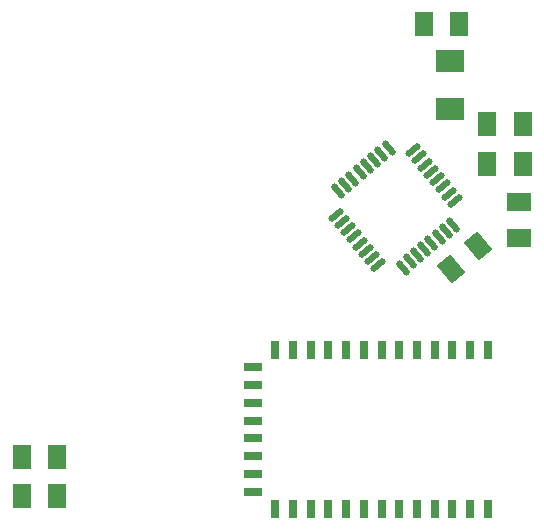
<source format=gbr>
G04 Layer_Color=8421504*
%FSLAX44Y44*%
%MOMM*%
%TF.FileFunction,Paste,Top*%
%TF.Part,Single*%
G01*
G75*
%TA.AperFunction,SMDPad*%
G04:AMPARAMS|DCode=10|XSize=0.55mm|YSize=1.5mm|CornerRadius=0mm|HoleSize=0mm|Usage=FLASHONLY|Rotation=310.000|XOffset=0mm|YOffset=0mm|HoleType=Round|Shape=Round|*
%AMOVALD10*
21,1,0.9500,0.5500,0.0000,0.0000,40.0*
1,1,0.5500,-0.3639,-0.3053*
1,1,0.5500,0.3639,0.3053*
%
%ADD10OVALD10*%

%TA.AperFunction,SMDPad*%
G04:AMPARAMS|DCode=11|XSize=0.55mm|YSize=1.5mm|CornerRadius=0mm|HoleSize=0mm|Usage=FLASHONLY|Rotation=40.000|XOffset=0mm|YOffset=0mm|HoleType=Round|Shape=Round|*
%AMOVALD11*
21,1,0.9500,0.5500,0.0000,0.0000,130.0*
1,1,0.5500,0.3053,-0.3639*
1,1,0.5500,-0.3053,0.3639*
%
%ADD11OVALD11*%

%TA.AperFunction,SMDPad*%
%ADD12R,1.5000X2.0000*%
%TA.AperFunction,SMDPad*%
%ADD13R,2.4000X1.9000*%
%TA.AperFunction,SMDPad*%
%ADD14R,2.0000X1.5000*%
%TA.AperFunction,SMDPad*%
G04:AMPARAMS|DCode=15|XSize=1.5mm|YSize=2mm|CornerRadius=0mm|HoleSize=0mm|Usage=FLASHONLY|Rotation=40.000|XOffset=0mm|YOffset=0mm|HoleType=Round|Shape=Rectangle|*
%AMROTATEDRECTD15*
4,1,4,0.0683,-1.2481,-1.2173,0.2839,-0.0683,1.2481,1.2173,-0.2839,0.0683,-1.2481,0.0*
%
%ADD15ROTATEDRECTD15*%

%TA.AperFunction,SMDPad*%
%ADD16R,0.6350X1.5240*%
%TA.AperFunction,SMDPad*%
%ADD17R,1.5240X0.6350*%
D10*
X390479Y319278D02*
D03*
X395621Y313149D02*
D03*
X400764Y307021D02*
D03*
X405906Y300893D02*
D03*
X411048Y294764D02*
D03*
X416191Y288636D02*
D03*
X421333Y282508D02*
D03*
X426475Y276379D02*
D03*
X361361Y221742D02*
D03*
X356219Y227871D02*
D03*
X351077Y233999D02*
D03*
X345934Y240128D02*
D03*
X340792Y246255D02*
D03*
X335650Y252384D02*
D03*
X330507Y258512D02*
D03*
X325365Y264641D02*
D03*
D11*
X424688Y255951D02*
D03*
X418559Y250809D02*
D03*
X412431Y245667D02*
D03*
X406302Y240524D02*
D03*
X399941Y235956D02*
D03*
X394046Y230240D02*
D03*
X387917Y225098D02*
D03*
X381789Y219955D02*
D03*
X327152Y285069D02*
D03*
X333280Y290211D02*
D03*
X339409Y295353D02*
D03*
X345537Y300496D02*
D03*
X351665Y305638D02*
D03*
X357794Y310781D02*
D03*
X363923Y315922D02*
D03*
X370051Y321065D02*
D03*
D12*
X59460Y26670D02*
D03*
X89460D02*
D03*
X59460Y59690D02*
D03*
X89460D02*
D03*
X399830Y425870D02*
D03*
X429830D02*
D03*
X483630Y307340D02*
D03*
X453630D02*
D03*
X483630Y341630D02*
D03*
X453630D02*
D03*
D13*
X421640Y395150D02*
D03*
Y354150D02*
D03*
D14*
X480060Y275350D02*
D03*
Y245350D02*
D03*
D15*
X422849Y218958D02*
D03*
X445831Y238242D02*
D03*
D16*
X454020Y150438D02*
D03*
X439020D02*
D03*
X424020D02*
D03*
X409020D02*
D03*
X394020D02*
D03*
X379020D02*
D03*
X364020D02*
D03*
X349020D02*
D03*
X334020D02*
D03*
X319020D02*
D03*
X304020D02*
D03*
X289020D02*
D03*
X274020D02*
D03*
Y15240D02*
D03*
X289020D02*
D03*
X304020D02*
D03*
X319020D02*
D03*
X334020D02*
D03*
X349020D02*
D03*
X364020D02*
D03*
X379020D02*
D03*
X394020D02*
D03*
X409020D02*
D03*
X424020D02*
D03*
X439020D02*
D03*
X454020D02*
D03*
D17*
X255270Y135438D02*
D03*
Y120438D02*
D03*
Y105438D02*
D03*
Y90438D02*
D03*
Y75438D02*
D03*
Y60198D02*
D03*
Y45212D02*
D03*
Y30226D02*
D03*
%TF.MD5,198E8CA75303949659C9BBB6163A9473*%
M02*

</source>
